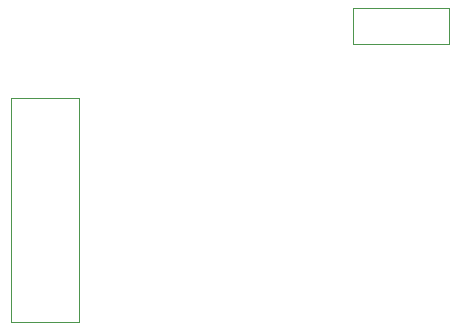
<source format=gbr>
%TF.GenerationSoftware,KiCad,Pcbnew,9.0.5*%
%TF.CreationDate,2025-12-03T10:09:40+00:00*%
%TF.ProjectId,ZX Interface,5a582049-6e74-4657-9266-6163652e6b69,3.2*%
%TF.SameCoordinates,Original*%
%TF.FileFunction,Other,User*%
%FSLAX46Y46*%
G04 Gerber Fmt 4.6, Leading zero omitted, Abs format (unit mm)*
G04 Created by KiCad (PCBNEW 9.0.5) date 2025-12-03 10:09:40*
%MOMM*%
%LPD*%
G01*
G04 APERTURE LIST*
%ADD10C,0.050000*%
G04 APERTURE END LIST*
D10*
%TO.C,J3*%
X117129750Y-64548575D02*
X125249750Y-64548575D01*
X117129750Y-67588575D02*
X117129750Y-64548575D01*
X125249750Y-64548575D02*
X125249750Y-67588575D01*
X125249750Y-67588575D02*
X117129750Y-67588575D01*
%TO.C,D1*%
X88209000Y-91131000D02*
X93909000Y-91131000D01*
X93909000Y-72191000D01*
X88209000Y-72191000D01*
X88209000Y-91131000D01*
%TD*%
M02*

</source>
